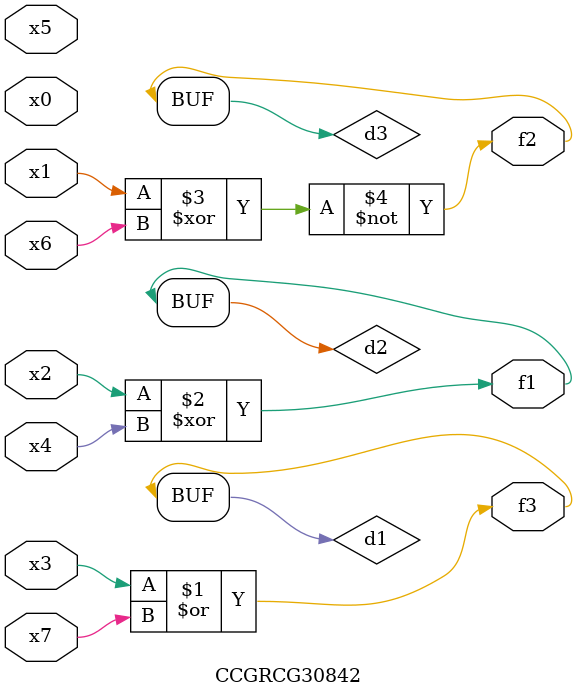
<source format=v>
module CCGRCG30842(
	input x0, x1, x2, x3, x4, x5, x6, x7,
	output f1, f2, f3
);

	wire d1, d2, d3;

	or (d1, x3, x7);
	xor (d2, x2, x4);
	xnor (d3, x1, x6);
	assign f1 = d2;
	assign f2 = d3;
	assign f3 = d1;
endmodule

</source>
